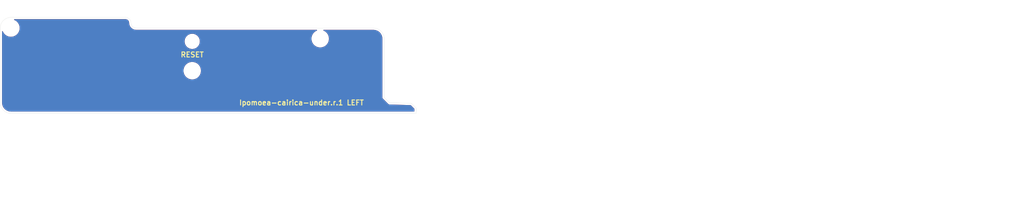
<source format=kicad_pcb>
(kicad_pcb (version 20171130) (host pcbnew "(5.1.5)-3")

  (general
    (thickness 1.6)
    (drawings 15)
    (tracks 0)
    (zones 0)
    (modules 5)
    (nets 1)
  )

  (page A4)
  (layers
    (0 F.Cu signal)
    (31 B.Cu signal)
    (32 B.Adhes user)
    (33 F.Adhes user)
    (34 B.Paste user)
    (35 F.Paste user)
    (36 B.SilkS user)
    (37 F.SilkS user)
    (38 B.Mask user)
    (39 F.Mask user)
    (40 Dwgs.User user)
    (41 Cmts.User user)
    (42 Eco1.User user)
    (43 Eco2.User user)
    (44 Edge.Cuts user)
    (45 Margin user)
    (46 B.CrtYd user)
    (47 F.CrtYd user)
    (48 B.Fab user)
    (49 F.Fab user)
  )

  (setup
    (last_trace_width 0.25)
    (trace_clearance 0.2)
    (zone_clearance 0.508)
    (zone_45_only no)
    (trace_min 0.2)
    (via_size 0.8)
    (via_drill 0.4)
    (via_min_size 0.4)
    (via_min_drill 0.3)
    (uvia_size 0.3)
    (uvia_drill 0.1)
    (uvias_allowed no)
    (uvia_min_size 0.2)
    (uvia_min_drill 0.1)
    (edge_width 0.05)
    (segment_width 0.2)
    (pcb_text_width 0.3)
    (pcb_text_size 1.5 1.5)
    (mod_edge_width 0.12)
    (mod_text_size 1 1)
    (mod_text_width 0.15)
    (pad_size 4.8 4.8)
    (pad_drill 4.8)
    (pad_to_mask_clearance 0.051)
    (solder_mask_min_width 0.25)
    (aux_axis_origin 0 0)
    (visible_elements 7FFFFFFF)
    (pcbplotparams
      (layerselection 0x010f0_ffffffff)
      (usegerberextensions true)
      (usegerberattributes false)
      (usegerberadvancedattributes false)
      (creategerberjobfile false)
      (excludeedgelayer true)
      (linewidth 0.100000)
      (plotframeref false)
      (viasonmask false)
      (mode 1)
      (useauxorigin false)
      (hpglpennumber 1)
      (hpglpenspeed 20)
      (hpglpendiameter 15.000000)
      (psnegative false)
      (psa4output false)
      (plotreference true)
      (plotvalue true)
      (plotinvisibletext false)
      (padsonsilk false)
      (subtractmaskfromsilk true)
      (outputformat 1)
      (mirror false)
      (drillshape 0)
      (scaleselection 1)
      (outputdirectory "../GERBER/Ipomoea-cairica-under_LEFT"))
  )

  (net 0 "")

  (net_class Default "これはデフォルトのネット クラスです。"
    (clearance 0.2)
    (trace_width 0.25)
    (via_dia 0.8)
    (via_drill 0.4)
    (uvia_dia 0.3)
    (uvia_drill 0.1)
  )

  (module Ipomoea-cairica:M2_SCREW_HOLE_CL (layer F.Cu) (tedit 5E5669A5) (tstamp 5E530EA5)
    (at 69.85 31.75)
    (attr virtual)
    (fp_text reference M2_SPACER_HOLE_005 (at -0.95 -0.55) (layer F.Fab) hide
      (effects (font (size 1 1) (thickness 0.15)))
    )
    (fp_text value Val** (at 0 0.55) (layer F.Fab) hide
      (effects (font (size 1 1) (thickness 0.15)))
    )
    (pad "" np_thru_hole circle (at 0 0) (size 2.2 2.2) (drill 2.2) (layers *.Cu *.Mask)
      (clearance 1.5))
  )

  (module Ipomoea-cairica:M2_SCREW_HOLE_CL (layer F.Cu) (tedit 5E5669A5) (tstamp 5E530657)
    (at 107.95 22.225)
    (attr virtual)
    (fp_text reference M2_SPACER_HOLE_006 (at -0.95 -0.55) (layer F.Fab) hide
      (effects (font (size 1 1) (thickness 0.15)))
    )
    (fp_text value Val** (at 0 0.55) (layer F.Fab) hide
      (effects (font (size 1 1) (thickness 0.15)))
    )
    (pad "" np_thru_hole circle (at 0 0) (size 2.2 2.2) (drill 2.2) (layers *.Cu *.Mask)
      (clearance 1.5))
  )

  (module Ipomoea-cairica:M2_SCREW_HOLE_CL (layer F.Cu) (tedit 5E5669A5) (tstamp 5E52F997)
    (at 15.875 19.05)
    (attr virtual)
    (fp_text reference M2_SPACER_HOLE_014 (at -0.95 -0.55) (layer F.Fab) hide
      (effects (font (size 1 1) (thickness 0.15)))
    )
    (fp_text value Val** (at 0 0.55) (layer F.Fab) hide
      (effects (font (size 1 1) (thickness 0.15)))
    )
    (pad "" np_thru_hole circle (at 0 0) (size 2.2 2.2) (drill 2.2) (layers *.Cu *.Mask)
      (clearance 1.5))
  )

  (module Ipomoea-cairica:CUT_HOLE_CENTER_UNDER_LEFT (layer F.Cu) (tedit 5E5662F7) (tstamp 5E52B174)
    (at 141.2875 69.85)
    (fp_text reference CUT_HOLE_CENTER (at 0 1.5875) (layer Dwgs.User)
      (effects (font (size 1 1) (thickness 0.15)))
    )
    (fp_text value CUT_HOLE_CENTER_UNDER_LEFT (at 0 -1.5875) (layer Dwgs.User)
      (effects (font (size 1 1) (thickness 0.15)))
    )
    (fp_line (start -12.7 -28.575) (end -6.1495 -28.375) (layer Edge.Cuts) (width 0.05))
    (fp_line (start -14.2875 -47.625) (end -14.2875 -30.1625) (layer Edge.Cuts) (width 0.05))
    (fp_line (start -14.2875 -30.1625) (end -12.7 -28.575) (layer Edge.Cuts) (width 0.05))
    (fp_line (start -6.1495 -28.375) (end -4.7625 -26.9875) (layer Edge.Cuts) (width 0.05))
    (fp_line (start -4.7625 -26.9875) (end -4.7625 -25.4) (layer Edge.Cuts) (width 0.05))
  )

  (module Ipomoea-cairica:ResetSW_1side_PUSH_HOLE (layer B.Cu) (tedit 5E5298B6) (tstamp 5E52EDE3)
    (at 69.85 23.01875 180)
    (path /5E9EBF4D)
    (fp_text reference SW_RST1 (at 0 -2.55) (layer Dwgs.User) hide
      (effects (font (size 1 1) (thickness 0.15)))
    )
    (fp_text value SW_PUSH (at 0 2.55) (layer B.Fab)
      (effects (font (size 1 1) (thickness 0.15)) (justify mirror))
    )
    (fp_circle (center -3.25 0) (end -2.25 0) (layer Dwgs.User) (width 0.12))
    (fp_circle (center 3.25 0) (end 4.25 0) (layer Dwgs.User) (width 0.12))
    (fp_text user RESET (at 0 0) (layer Dwgs.User)
      (effects (font (size 1 1) (thickness 0.15)))
    )
    (fp_line (start 3 1.75) (end 3 1.5) (layer Dwgs.User) (width 0.15))
    (fp_line (start -3 1.75) (end 3 1.75) (layer Dwgs.User) (width 0.15))
    (fp_line (start -3 1.75) (end -3 1.5) (layer Dwgs.User) (width 0.15))
    (fp_line (start -3 -1.75) (end -3 -1.5) (layer Dwgs.User) (width 0.15))
    (fp_line (start 3 -1.75) (end 3 -1.5) (layer Dwgs.User) (width 0.15))
    (fp_line (start -3 -1.75) (end 3 -1.75) (layer Dwgs.User) (width 0.15))
    (pad "" np_thru_hole circle (at 0 0 180) (size 3.5 3.5) (drill 3.5) (layers *.Cu *.Mask))
  )

  (dimension 28.575 (width 0.15) (layer Dwgs.User)
    (gr_text "28.575 mm" (at 140.20625 30.1625 270) (layer Dwgs.User)
      (effects (font (size 1 1) (thickness 0.15)))
    )
    (feature1 (pts (xy 136.525 44.45) (xy 139.492671 44.45)))
    (feature2 (pts (xy 136.525 15.875) (xy 139.492671 15.875)))
    (crossbar (pts (xy 138.90625 15.875) (xy 138.90625 44.45)))
    (arrow1a (pts (xy 138.90625 44.45) (xy 138.319829 43.323496)))
    (arrow1b (pts (xy 138.90625 44.45) (xy 139.492671 43.323496)))
    (arrow2a (pts (xy 138.90625 15.875) (xy 138.319829 17.001504)))
    (arrow2b (pts (xy 138.90625 15.875) (xy 139.492671 17.001504)))
  )
  (dimension 123.825 (width 0.15) (layer Dwgs.User)
    (gr_text "123.825 mm" (at 74.6125 11.4) (layer Dwgs.User)
      (effects (font (size 1 1) (thickness 0.15)))
    )
    (feature1 (pts (xy 136.525 15.875) (xy 136.525 12.113579)))
    (feature2 (pts (xy 12.7 15.875) (xy 12.7 12.113579)))
    (crossbar (pts (xy 12.7 12.7) (xy 136.525 12.7)))
    (arrow1a (pts (xy 136.525 12.7) (xy 135.398496 13.286421)))
    (arrow1b (pts (xy 136.525 12.7) (xy 135.398496 12.113579)))
    (arrow2a (pts (xy 12.7 12.7) (xy 13.826504 13.286421)))
    (arrow2b (pts (xy 12.7 12.7) (xy 13.826504 12.113579)))
  )
  (gr_arc (start 15.875 41.275) (end 12.7 41.275) (angle -90) (layer Edge.Cuts) (width 0.05) (tstamp 5E5541A9))
  (gr_line (start 12.7 19.05) (end 12.7 41.275) (layer Edge.Cuts) (width 0.05) (tstamp 5E553FB9))
  (gr_arc (start 50.00625 17.4625) (end 51.59375 17.4625) (angle -90) (layer Edge.Cuts) (width 0.05) (tstamp 5E553FB8))
  (gr_arc (start 53.18125 17.4625) (end 51.59375 17.4625) (angle -90) (layer Edge.Cuts) (width 0.05) (tstamp 5E553FB7))
  (gr_arc (start 15.875 19.05) (end 15.875 15.875) (angle -90) (layer Edge.Cuts) (width 0.05) (tstamp 5E553FB5))
  (gr_line (start 15.875 15.875) (end 50.00625 15.875) (layer Edge.Cuts) (width 0.05) (tstamp 5E553FB3))
  (gr_text RESET (at 69.85 26.9875) (layer F.SilkS)
    (effects (font (size 1.5 1.5) (thickness 0.3)))
  )
  (gr_text Ipomoea-cairica (at 102.39375 41.275) (layer B.Mask) (tstamp 5E538EBD)
    (effects (font (size 1.5 1.5) (thickness 0.3)) (justify mirror))
  )
  (gr_text "Ipomoea-cairica-under.r.1 LEFT" (at 102.39375 41.275) (layer F.SilkS) (tstamp 5E538E71)
    (effects (font (size 1.5 1.5) (thickness 0.3)))
  )
  (gr_line (start 136.525 44.45) (end 15.875 44.45) (layer Edge.Cuts) (width 0.05) (tstamp 5E54244F))
  (gr_line (start 92.86875 19.05) (end 123.825 19.05) (layer Edge.Cuts) (width 0.05) (tstamp 5E5407D4))
  (gr_line (start 53.18125 19.05) (end 92.86875 19.05) (layer Edge.Cuts) (width 0.05) (tstamp 5E5407AA))
  (gr_arc (start 123.825 22.225) (end 127 22.225) (angle -90) (layer Edge.Cuts) (width 0.05) (tstamp 5E5346B4))

  (zone (net 0) (net_name "") (layer B.Cu) (tstamp 5E5672A2) (hatch edge 0.508)
    (connect_pads (clearance 0.508))
    (min_thickness 0.254)
    (fill yes (arc_segments 32) (thermal_gap 0.508) (thermal_bridge_width 0.508))
    (polygon
      (pts
        (xy 317.5 44.45) (xy 12.7 44.45) (xy 12.7 15.875) (xy 317.5 15.875)
      )
    )
    (filled_polygon
      (pts
        (xy 50.185788 16.555769) (xy 50.358487 16.60791) (xy 50.517768 16.692602) (xy 50.657569 16.806619) (xy 50.772558 16.945617)
        (xy 50.85836 17.104305) (xy 50.911705 17.276635) (xy 50.936641 17.51389) (xy 50.936505 17.533399) (xy 50.937404 17.542571)
        (xy 50.969789 17.850698) (xy 50.981819 17.909304) (xy 50.993026 17.968056) (xy 50.99569 17.976878) (xy 51.087308 18.272848)
        (xy 51.110496 18.328011) (xy 51.132898 18.383457) (xy 51.137224 18.391593) (xy 51.284585 18.664131) (xy 51.318018 18.713698)
        (xy 51.350789 18.763777) (xy 51.356614 18.770918) (xy 51.554104 19.009643) (xy 51.596522 19.051765) (xy 51.638404 19.094535)
        (xy 51.645505 19.100409) (xy 51.885603 19.296226) (xy 51.935411 19.329318) (xy 51.984783 19.363124) (xy 51.992889 19.367507)
        (xy 52.266449 19.512962) (xy 52.321767 19.535762) (xy 52.376738 19.559323) (xy 52.385541 19.562048) (xy 52.682142 19.651597)
        (xy 52.74083 19.663217) (xy 52.799333 19.675653) (xy 52.808498 19.676616) (xy 53.116845 19.70685) (xy 53.116848 19.70685)
        (xy 53.148831 19.71) (xy 106.895752 19.71) (xy 106.658281 19.808364) (xy 106.211639 20.106801) (xy 105.831801 20.486639)
        (xy 105.533364 20.933281) (xy 105.327797 21.429563) (xy 105.223 21.956414) (xy 105.223 22.493586) (xy 105.327797 23.020437)
        (xy 105.533364 23.516719) (xy 105.831801 23.963361) (xy 106.211639 24.343199) (xy 106.658281 24.641636) (xy 107.154563 24.847203)
        (xy 107.681414 24.952) (xy 108.218586 24.952) (xy 108.745437 24.847203) (xy 109.241719 24.641636) (xy 109.688361 24.343199)
        (xy 110.068199 23.963361) (xy 110.366636 23.516719) (xy 110.572203 23.020437) (xy 110.677 22.493586) (xy 110.677 21.956414)
        (xy 110.572203 21.429563) (xy 110.366636 20.933281) (xy 110.068199 20.486639) (xy 109.688361 20.106801) (xy 109.241719 19.808364)
        (xy 109.004248 19.71) (xy 123.792722 19.71) (xy 124.312884 19.761002) (xy 124.782188 19.902694) (xy 125.215025 20.132837)
        (xy 125.594927 20.442678) (xy 125.907403 20.820397) (xy 126.140569 21.251627) (xy 126.285532 21.719928) (xy 126.34 22.238153)
        (xy 126.340001 39.655081) (xy 126.336808 39.6875) (xy 126.349551 39.816882) (xy 126.38729 39.941292) (xy 126.448575 40.05595)
        (xy 126.510386 40.131266) (xy 126.510389 40.131269) (xy 126.531053 40.156448) (xy 126.556232 40.177112) (xy 128.090746 41.711627)
        (xy 128.10446 41.729418) (xy 128.136585 41.757466) (xy 128.143733 41.764614) (xy 128.161047 41.778823) (xy 128.202394 41.814923)
        (xy 128.211192 41.819976) (xy 128.219049 41.826425) (xy 128.267526 41.852336) (xy 128.315127 41.879679) (xy 128.324748 41.882921)
        (xy 128.333707 41.88771) (xy 128.386274 41.903656) (xy 128.438327 41.921198) (xy 128.448401 41.922502) (xy 128.458117 41.925449)
        (xy 128.512766 41.930831) (xy 128.534955 41.933703) (xy 128.545051 41.934011) (xy 128.587499 41.938192) (xy 128.609857 41.93599)
        (xy 134.856257 42.126705) (xy 135.865 43.135811) (xy 135.865001 43.79) (xy 15.907278 43.79) (xy 15.387117 43.738998)
        (xy 14.917814 43.597307) (xy 14.484972 43.367161) (xy 14.105073 43.057323) (xy 13.792594 42.6796) (xy 13.559431 42.248373)
        (xy 13.414468 41.780073) (xy 13.36 41.261847) (xy 13.36 31.481414) (xy 67.123 31.481414) (xy 67.123 32.018586)
        (xy 67.227797 32.545437) (xy 67.433364 33.041719) (xy 67.731801 33.488361) (xy 68.111639 33.868199) (xy 68.558281 34.166636)
        (xy 69.054563 34.372203) (xy 69.581414 34.477) (xy 70.118586 34.477) (xy 70.645437 34.372203) (xy 71.141719 34.166636)
        (xy 71.588361 33.868199) (xy 71.968199 33.488361) (xy 72.266636 33.041719) (xy 72.472203 32.545437) (xy 72.577 32.018586)
        (xy 72.577 31.481414) (xy 72.472203 30.954563) (xy 72.266636 30.458281) (xy 71.968199 30.011639) (xy 71.588361 29.631801)
        (xy 71.141719 29.333364) (xy 70.645437 29.127797) (xy 70.118586 29.023) (xy 69.581414 29.023) (xy 69.054563 29.127797)
        (xy 68.558281 29.333364) (xy 68.111639 29.631801) (xy 67.731801 30.011639) (xy 67.433364 30.458281) (xy 67.227797 30.954563)
        (xy 67.123 31.481414) (xy 13.36 31.481414) (xy 13.36 22.783848) (xy 67.465 22.783848) (xy 67.465 23.253652)
        (xy 67.556654 23.714429) (xy 67.73644 24.148471) (xy 67.99745 24.539099) (xy 68.329651 24.8713) (xy 68.720279 25.13231)
        (xy 69.154321 25.312096) (xy 69.615098 25.40375) (xy 70.084902 25.40375) (xy 70.545679 25.312096) (xy 70.979721 25.13231)
        (xy 71.370349 24.8713) (xy 71.70255 24.539099) (xy 71.96356 24.148471) (xy 72.143346 23.714429) (xy 72.235 23.253652)
        (xy 72.235 22.783848) (xy 72.143346 22.323071) (xy 71.96356 21.889029) (xy 71.70255 21.498401) (xy 71.370349 21.1662)
        (xy 70.979721 20.90519) (xy 70.545679 20.725404) (xy 70.084902 20.63375) (xy 69.615098 20.63375) (xy 69.154321 20.725404)
        (xy 68.720279 20.90519) (xy 68.329651 21.1662) (xy 67.99745 21.498401) (xy 67.73644 21.889029) (xy 67.556654 22.323071)
        (xy 67.465 22.783848) (xy 13.36 22.783848) (xy 13.36 20.104248) (xy 13.458364 20.341719) (xy 13.756801 20.788361)
        (xy 14.136639 21.168199) (xy 14.583281 21.466636) (xy 15.079563 21.672203) (xy 15.606414 21.777) (xy 16.143586 21.777)
        (xy 16.670437 21.672203) (xy 17.166719 21.466636) (xy 17.613361 21.168199) (xy 17.993199 20.788361) (xy 18.291636 20.341719)
        (xy 18.497203 19.845437) (xy 18.602 19.318586) (xy 18.602 18.781414) (xy 18.497203 18.254563) (xy 18.291636 17.758281)
        (xy 17.993199 17.311639) (xy 17.613361 16.931801) (xy 17.166719 16.633364) (xy 16.929248 16.535) (xy 49.973971 16.535)
      )
    )
  )
  (zone (net 0) (net_name "") (layer F.Cu) (tstamp 5E56729F) (hatch edge 0.508)
    (connect_pads (clearance 0.508))
    (min_thickness 0.254)
    (fill yes (arc_segments 32) (thermal_gap 0.508) (thermal_bridge_width 0.508))
    (polygon
      (pts
        (xy 317.5 44.45) (xy 12.7 44.45) (xy 12.7 15.875) (xy 317.5 15.875)
      )
    )
    (filled_polygon
      (pts
        (xy 50.185788 16.555769) (xy 50.358487 16.60791) (xy 50.517768 16.692602) (xy 50.657569 16.806619) (xy 50.772558 16.945617)
        (xy 50.85836 17.104305) (xy 50.911705 17.276635) (xy 50.936641 17.51389) (xy 50.936505 17.533399) (xy 50.937404 17.542571)
        (xy 50.969789 17.850698) (xy 50.981819 17.909304) (xy 50.993026 17.968056) (xy 50.99569 17.976878) (xy 51.087308 18.272848)
        (xy 51.110496 18.328011) (xy 51.132898 18.383457) (xy 51.137224 18.391593) (xy 51.284585 18.664131) (xy 51.318018 18.713698)
        (xy 51.350789 18.763777) (xy 51.356614 18.770918) (xy 51.554104 19.009643) (xy 51.596522 19.051765) (xy 51.638404 19.094535)
        (xy 51.645505 19.100409) (xy 51.885603 19.296226) (xy 51.935411 19.329318) (xy 51.984783 19.363124) (xy 51.992889 19.367507)
        (xy 52.266449 19.512962) (xy 52.321767 19.535762) (xy 52.376738 19.559323) (xy 52.385541 19.562048) (xy 52.682142 19.651597)
        (xy 52.74083 19.663217) (xy 52.799333 19.675653) (xy 52.808498 19.676616) (xy 53.116845 19.70685) (xy 53.116848 19.70685)
        (xy 53.148831 19.71) (xy 106.895752 19.71) (xy 106.658281 19.808364) (xy 106.211639 20.106801) (xy 105.831801 20.486639)
        (xy 105.533364 20.933281) (xy 105.327797 21.429563) (xy 105.223 21.956414) (xy 105.223 22.493586) (xy 105.327797 23.020437)
        (xy 105.533364 23.516719) (xy 105.831801 23.963361) (xy 106.211639 24.343199) (xy 106.658281 24.641636) (xy 107.154563 24.847203)
        (xy 107.681414 24.952) (xy 108.218586 24.952) (xy 108.745437 24.847203) (xy 109.241719 24.641636) (xy 109.688361 24.343199)
        (xy 110.068199 23.963361) (xy 110.366636 23.516719) (xy 110.572203 23.020437) (xy 110.677 22.493586) (xy 110.677 21.956414)
        (xy 110.572203 21.429563) (xy 110.366636 20.933281) (xy 110.068199 20.486639) (xy 109.688361 20.106801) (xy 109.241719 19.808364)
        (xy 109.004248 19.71) (xy 123.792722 19.71) (xy 124.312884 19.761002) (xy 124.782188 19.902694) (xy 125.215025 20.132837)
        (xy 125.594927 20.442678) (xy 125.907403 20.820397) (xy 126.140569 21.251627) (xy 126.285532 21.719928) (xy 126.34 22.238153)
        (xy 126.340001 39.655081) (xy 126.336808 39.6875) (xy 126.349551 39.816882) (xy 126.38729 39.941292) (xy 126.448575 40.05595)
        (xy 126.510386 40.131266) (xy 126.510389 40.131269) (xy 126.531053 40.156448) (xy 126.556232 40.177112) (xy 128.090746 41.711627)
        (xy 128.10446 41.729418) (xy 128.136585 41.757466) (xy 128.143733 41.764614) (xy 128.161047 41.778823) (xy 128.202394 41.814923)
        (xy 128.211192 41.819976) (xy 128.219049 41.826425) (xy 128.267526 41.852336) (xy 128.315127 41.879679) (xy 128.324748 41.882921)
        (xy 128.333707 41.88771) (xy 128.386274 41.903656) (xy 128.438327 41.921198) (xy 128.448401 41.922502) (xy 128.458117 41.925449)
        (xy 128.512766 41.930831) (xy 128.534955 41.933703) (xy 128.545051 41.934011) (xy 128.587499 41.938192) (xy 128.609857 41.93599)
        (xy 134.856257 42.126705) (xy 135.865 43.135811) (xy 135.865001 43.79) (xy 15.907278 43.79) (xy 15.387117 43.738998)
        (xy 14.917814 43.597307) (xy 14.484972 43.367161) (xy 14.105073 43.057323) (xy 13.792594 42.6796) (xy 13.559431 42.248373)
        (xy 13.414468 41.780073) (xy 13.36 41.261847) (xy 13.36 31.481414) (xy 67.123 31.481414) (xy 67.123 32.018586)
        (xy 67.227797 32.545437) (xy 67.433364 33.041719) (xy 67.731801 33.488361) (xy 68.111639 33.868199) (xy 68.558281 34.166636)
        (xy 69.054563 34.372203) (xy 69.581414 34.477) (xy 70.118586 34.477) (xy 70.645437 34.372203) (xy 71.141719 34.166636)
        (xy 71.588361 33.868199) (xy 71.968199 33.488361) (xy 72.266636 33.041719) (xy 72.472203 32.545437) (xy 72.577 32.018586)
        (xy 72.577 31.481414) (xy 72.472203 30.954563) (xy 72.266636 30.458281) (xy 71.968199 30.011639) (xy 71.588361 29.631801)
        (xy 71.141719 29.333364) (xy 70.645437 29.127797) (xy 70.118586 29.023) (xy 69.581414 29.023) (xy 69.054563 29.127797)
        (xy 68.558281 29.333364) (xy 68.111639 29.631801) (xy 67.731801 30.011639) (xy 67.433364 30.458281) (xy 67.227797 30.954563)
        (xy 67.123 31.481414) (xy 13.36 31.481414) (xy 13.36 22.783848) (xy 67.465 22.783848) (xy 67.465 23.253652)
        (xy 67.556654 23.714429) (xy 67.73644 24.148471) (xy 67.99745 24.539099) (xy 68.329651 24.8713) (xy 68.720279 25.13231)
        (xy 69.154321 25.312096) (xy 69.615098 25.40375) (xy 70.084902 25.40375) (xy 70.545679 25.312096) (xy 70.979721 25.13231)
        (xy 71.370349 24.8713) (xy 71.70255 24.539099) (xy 71.96356 24.148471) (xy 72.143346 23.714429) (xy 72.235 23.253652)
        (xy 72.235 22.783848) (xy 72.143346 22.323071) (xy 71.96356 21.889029) (xy 71.70255 21.498401) (xy 71.370349 21.1662)
        (xy 70.979721 20.90519) (xy 70.545679 20.725404) (xy 70.084902 20.63375) (xy 69.615098 20.63375) (xy 69.154321 20.725404)
        (xy 68.720279 20.90519) (xy 68.329651 21.1662) (xy 67.99745 21.498401) (xy 67.73644 21.889029) (xy 67.556654 22.323071)
        (xy 67.465 22.783848) (xy 13.36 22.783848) (xy 13.36 20.104248) (xy 13.458364 20.341719) (xy 13.756801 20.788361)
        (xy 14.136639 21.168199) (xy 14.583281 21.466636) (xy 15.079563 21.672203) (xy 15.606414 21.777) (xy 16.143586 21.777)
        (xy 16.670437 21.672203) (xy 17.166719 21.466636) (xy 17.613361 21.168199) (xy 17.993199 20.788361) (xy 18.291636 20.341719)
        (xy 18.497203 19.845437) (xy 18.602 19.318586) (xy 18.602 18.781414) (xy 18.497203 18.254563) (xy 18.291636 17.758281)
        (xy 17.993199 17.311639) (xy 17.613361 16.931801) (xy 17.166719 16.633364) (xy 16.929248 16.535) (xy 49.973971 16.535)
      )
    )
  )
)

</source>
